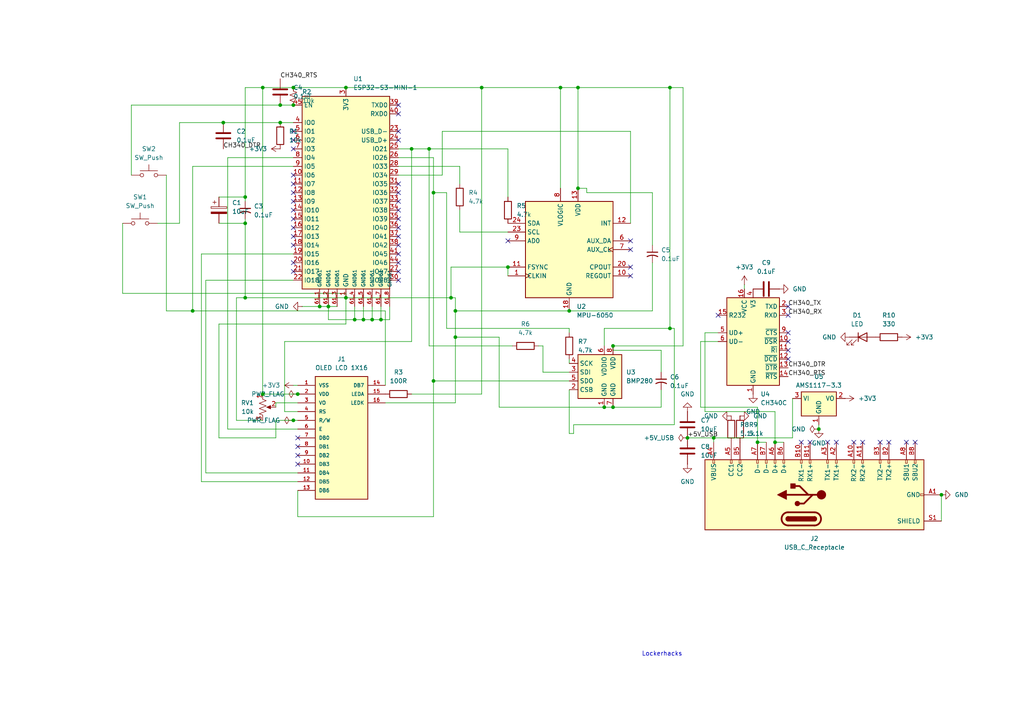
<source format=kicad_sch>
(kicad_sch (version 20250114) (generator "eeschema") (generator_version "9.0")
  (paper "A4")
  (lib_symbols
    (symbol "Connector:USB_C_Receptacle" (pin_names (offset 1.016))
      (property "Reference" "J" (at -10.16 29.21 0))
      (property "Value" "USB_C_Receptacle" (at 10.16 29.21 0))
      (symbol "USB_C_Receptacle_0_0"
        (rectangle (start -0.254 -35.56) (end 0.254 -34.544))
        (rectangle (start 10.16 25.654) (end 9.144 25.146))
        (rectangle (start 10.16 20.574) (end 9.144 20.066))
        (rectangle (start 10.16 18.034) (end 9.144 17.526))
        (rectangle (start 10.16 12.954) (end 9.144 12.446))
        (rectangle (start 10.16 10.414) (end 9.144 9.906))
        (rectangle (start 10.16 7.874) (end 9.144 7.366))
        (rectangle (start 10.16 5.334) (end 9.144 4.826))
        (rectangle (start 10.16 0.254) (end 9.144 -0.254))
        (rectangle (start 10.16 -2.286) (end 9.144 -2.794))
        (rectangle (start 10.16 -7.366) (end 9.144 -7.874))
        (rectangle (start 10.16 -9.906) (end 9.144 -10.414))
        (rectangle (start 10.16 -14.986) (end 9.144 -15.494))
        (rectangle (start 10.16 -17.526) (end 9.144 -18.034))
        (rectangle (start 10.16 -22.606) (end 9.144 -23.114))
        (rectangle (start 10.16 -25.146) (end 9.144 -25.654))
        (rectangle (start 10.16 -30.226) (end 9.144 -30.734))
        (rectangle (start 10.16 -32.766) (end 9.144 -33.274))
      )
      (symbol "USB_C_Receptacle_0_1"
        (rectangle (start -10.16 27.94) (end 10.16 -35.56) (stroke (width 0.254)) (fill (type background)))
        (polyline (pts (xy -8.89 -3.81) (xy -8.89 3.81)) (stroke (width 0.508)))
        (rectangle (start -7.62 -3.81) (end -6.35 3.81) (stroke (width 0.254)) (fill (type outline)))
        (arc (start -7.62 3.81) (mid -6.985 4.4423) (end -6.35 3.81) (stroke (width 0.254)))
        (arc (start -7.62 3.81) (mid -6.985 4.4423) (end -6.35 3.81) (stroke (width 0.254)) (fill (type outline)))
        (arc (start -8.89 3.81) (mid -6.985 5.7067) (end -5.08 3.81) (stroke (width 0.508)))
        (arc (start -5.08 -3.81) (mid -6.985 -5.7067) (end -8.89 -3.81) (stroke (width 0.508)))
        (arc (start -6.35 -3.81) (mid -6.985 -4.4423) (end -7.62 -3.81) (stroke (width 0.254)))
        (arc (start -6.35 -3.81) (mid -6.985 -4.4423) (end -7.62 -3.81) (stroke (width 0.254)) (fill (type outline)))
        (polyline (pts (xy -5.08 3.81) (xy -5.08 -3.81)) (stroke (width 0.508)))
      )
      (symbol "USB_C_Receptacle_1_1"
        (circle (center -2.54 1.143) (radius 0.635) (stroke (width 0.254)) (fill (type outline)))
        (polyline (pts (xy -1.27 4.318) (xy 0 6.858) (xy 1.27 4.318) (xy -1.27 4.318)) (stroke (width 0.254)) (fill (type outline)))
        (polyline (pts (xy 0 -2.032) (xy 2.54 0.508) (xy 2.54 1.778)) (stroke (width 0.508)))
        (polyline (pts (xy 0 -3.302) (xy -2.54 -0.762) (xy -2.54 0.508)) (stroke (width 0.508)))
        (polyline (pts (xy 0 -5.842) (xy 0 4.318)) (stroke (width 0.508)))
        (circle (center 0 -5.842) (radius 1.27) (fill (type outline)))
        (rectangle (start 1.905 1.778) (end 3.175 3.048) (stroke (width 0.254)) (fill (type outline)))
        (pin passive line (at -7.62 -40.64 90) (length 5.08) (name "SHIELD") (number "S1"))
        (pin passive line (at 0 -40.64 90) (length 5.08) (name "GND") (number "A1"))
        (pin passive line (at 0 -40.64 90) (length 5.08) (hide yes) (name "GND") (number "A12"))
        (pin passive line (at 0 -40.64 90) (length 5.08) (hide yes) (name "GND") (number "B1"))
        (pin passive line (at 0 -40.64 90) (length 5.08) (hide yes) (name "GND") (number "B12"))
        (pin passive line (at 15.24 25.4 180) (length 5.08) (name "VBUS") (number "A4"))
        (pin passive line (at 15.24 25.4 180) (length 5.08) (hide yes) (name "VBUS") (number "A9"))
        (pin passive line (at 15.24 25.4 180) (length 5.08) (hide yes) (name "VBUS") (number "B4"))
        (pin passive line (at 15.24 25.4 180) (length 5.08) (hide yes) (name "VBUS") (number "B9"))
        (pin bidirectional line (at 15.24 20.32 180) (length 5.08) (name "CC1") (number "A5"))
        (pin bidirectional line (at 15.24 17.78 180) (length 5.08) (name "CC2") (number "B5"))
        (pin bidirectional line (at 15.24 12.7 180) (length 5.08) (name "D-") (number "A7"))
        (pin bidirectional line (at 15.24 10.16 180) (length 5.08) (name "D-") (number "B7"))
        (pin bidirectional line (at 15.24 7.62 180) (length 5.08) (name "D+") (number "A6"))
        (pin bidirectional line (at 15.24 5.08 180) (length 5.08) (name "D+") (number "B6"))
        (pin bidirectional line (at 15.24 0 180) (length 5.08) (name "RX1-") (number "B10"))
        (pin bidirectional line (at 15.24 -2.54 180) (length 5.08) (name "RX1+") (number "B11"))
        (pin bidirectional line (at 15.24 -7.62 180) (length 5.08) (name "TX1-") (number "A3"))
        (pin bidirectional line (at 15.24 -10.16 180) (length 5.08) (name "TX1+") (number "A2"))
        (pin bidirectional line (at 15.24 -15.24 180) (length 5.08) (name "RX2-") (number "A10"))
        (pin bidirectional line (at 15.24 -17.78 180) (length 5.08) (name "RX2+") (number "A11"))
        (pin bidirectional line (at 15.24 -22.86 180) (length 5.08) (name "TX2-") (number "B3"))
        (pin bidirectional line (at 15.24 -25.4 180) (length 5.08) (name "TX2+") (number "B2"))
        (pin bidirectional line (at 15.24 -30.48 180) (length 5.08) (name "SBU1") (number "A8"))
        (pin bidirectional line (at 15.24 -33.02 180) (length 5.08) (name "SBU2") (number "B8"))
      )
    )
    (symbol "Device:C" (pin_numbers (hide yes)) (pin_names (offset 0.254))
      (property "Reference" "C" (at 0.635 2.54 0))
      (property "Value" "C" (at 0.635 -2.54 0))
      (symbol "C_0_1"
        (polyline (pts (xy -2.032 0.762) (xy 2.032 0.762)) (stroke (width 0.508)))
        (polyline (pts (xy -2.032 -0.762) (xy 2.032 -0.762)) (stroke (width 0.508)))
      )
      (symbol "C_1_1"
        (pin passive line (at 0 3.81 270) (length 2.794) (name "~") (number "1"))
        (pin passive line (at 0 -3.81 90) (length 2.794) (name "~") (number "2"))
      )
    )
    (symbol "Device:C_Polarized" (pin_numbers (hide yes)) (pin_names (offset 0.254))
      (property "Reference" "C" (at 0.635 2.54 0))
      (property "Value" "C_Polarized" (at 0.635 -2.54 0))
      (symbol "C_Polarized_0_1"
        (rectangle (start -2.286 0.508) (end 2.286 1.016))
        (polyline (pts (xy -1.778 2.286) (xy -0.762 2.286)))
        (polyline (pts (xy -1.27 2.794) (xy -1.27 1.778)))
        (rectangle (start 2.286 -0.508) (end -2.286 -1.016) (fill (type outline)))
      )
      (symbol "C_Polarized_1_1"
        (pin passive line (at 0 3.81 270) (length 2.794) (name "~") (number "1"))
        (pin passive line (at 0 -3.81 90) (length 2.794) (name "~") (number "2"))
      )
    )
    (symbol "Device:C_Small_US" (pin_numbers (hide yes)) (pin_names (offset 0.254) (hide yes))
      (property "Reference" "C" (at 0.254 1.778 0))
      (property "Value" "C_Small_US" (at 0.254 -2.032 0))
      (symbol "C_Small_US_0_1"
        (polyline (pts (xy -1.524 0.508) (xy 1.524 0.508)) (stroke (width 0.3048)))
        (arc (start -1.524 -0.762) (mid 0 -0.3734) (end 1.524 -0.762) (stroke (width 0.3048)))
      )
      (symbol "C_Small_US_1_1"
        (pin passive line (at 0 2.54 270) (length 2.032) (name "~") (number "1"))
        (pin passive line (at 0 -2.54 90) (length 2.032) (name "~") (number "2"))
      )
    )
    (symbol "Device:LED" (pin_numbers (hide yes)) (pin_names (offset 1.016) (hide yes))
      (property "Reference" "D" (at 0 2.54 0))
      (property "Value" "LED" (at 0 -2.54 0))
      (symbol "LED_0_1"
        (polyline (pts (xy -3.048 -0.762) (xy -4.572 -2.286) (xy -3.81 -2.286) (xy -4.572 -2.286) (xy -4.572 -1.524)))
        (polyline (pts (xy -1.778 -0.762) (xy -3.302 -2.286) (xy -2.54 -2.286) (xy -3.302 -2.286) (xy -3.302 -1.524)))
        (polyline (pts (xy -1.27 0) (xy 1.27 0)))
        (polyline (pts (xy -1.27 -1.27) (xy -1.27 1.27)) (stroke (width 0.254)))
        (polyline (pts (xy 1.27 -1.27) (xy 1.27 1.27) (xy -1.27 0) (xy 1.27 -1.27)) (stroke (width 0.254)))
      )
      (symbol "LED_1_1"
        (pin passive line (at -3.81 0 0) (length 2.54) (name "K") (number "1"))
        (pin passive line (at 3.81 0 180) (length 2.54) (name "A") (number "2"))
      )
    )
    (symbol "Device:R" (pin_numbers (hide yes)) (pin_names (offset 0))
      (property "Reference" "R" (at 2.032 0 90))
      (property "Value" "R" (at 0 0 90))
      (symbol "R_0_1"
        (rectangle (start -1.016 -2.54) (end 1.016 2.54) (stroke (width 0.254)))
      )
      (symbol "R_1_1"
        (pin passive line (at 0 3.81 270) (length 1.27) (name "~") (number "1"))
        (pin passive line (at 0 -3.81 90) (length 1.27) (name "~") (number "2"))
      )
    )
    (symbol "Device:R_Potentiometer_US" (pin_names (offset 1.016) (hide yes))
      (property "Reference" "RV" (at -4.445 0 90))
      (property "Value" "R_Potentiometer_US" (at -2.54 0 90))
      (symbol "R_Potentiometer_US_0_1"
        (polyline (pts (xy 0 2.54) (xy 0 2.286)))
        (polyline (pts (xy 0 2.286) (xy 1.016 1.905) (xy 0 1.524) (xy -1.016 1.143) (xy 0 0.762)))
        (polyline (pts (xy 0 0.762) (xy 1.016 0.381) (xy 0 0) (xy -1.016 -0.381) (xy 0 -0.762)))
        (polyline (pts (xy 0 -0.762) (xy 1.016 -1.143) (xy 0 -1.524) (xy -1.016 -1.905) (xy 0 -2.286)))
        (polyline (pts (xy 0 -2.286) (xy 0 -2.54)))
        (polyline (pts (xy 1.143 0) (xy 2.286 0.508) (xy 2.286 -0.508) (xy 1.143 0)) (fill (type outline)))
        (polyline (pts (xy 2.54 0) (xy 1.524 0)))
      )
      (symbol "R_Potentiometer_US_1_1"
        (pin passive line (at 0 3.81 270) (length 1.27) (name "1") (number "1"))
        (pin passive line (at 0 -3.81 90) (length 1.27) (name "3") (number "3"))
        (pin passive line (at 3.81 0 180) (length 1.27) (name "2") (number "2"))
      )
    )
    (symbol "Device:R_Small_US" (pin_numbers (hide yes)) (pin_names (offset 0.254) (hide yes))
      (property "Reference" "R" (at 0.762 0.508 0))
      (property "Value" "R_Small_US" (at 0.762 -1.016 0))
      (symbol "R_Small_US_1_1"
        (polyline (pts (xy 0 1.524) (xy 1.016 1.143) (xy 0 0.762) (xy -1.016 0.381) (xy 0 0)))
        (polyline (pts (xy 0 0) (xy 1.016 -0.381) (xy 0 -0.762) (xy -1.016 -1.143) (xy 0 -1.524)))
        (pin passive line (at 0 2.54 270) (length 1.016) (name "~") (number "1"))
        (pin passive line (at 0 -2.54 90) (length 1.016) (name "~") (number "2"))
      )
    )
    (symbol "Interface_USB:CH340C"
      (property "Reference" "U" (at -5.08 13.97 0))
      (property "Value" "CH340C" (at 1.27 13.97 0))
      (symbol "CH340C_0_1"
        (rectangle (start -7.62 12.7) (end 7.62 -12.7) (stroke (width 0.254)) (fill (type background)))
      )
      (symbol "CH340C_1_1"
        (pin input line (at -10.16 7.62 0) (length 2.54) (name "R232") (number "15"))
        (pin bidirectional line (at -10.16 2.54 0) (length 2.54) (name "UD+") (number "5"))
        (pin bidirectional line (at -10.16 0 0) (length 2.54) (name "UD-") (number "6"))
        (pin no_connect line (at -7.62 -5.08 0) (length 2.54) (hide yes) (name "NC") (number "7"))
        (pin no_connect line (at -7.62 -7.62 0) (length 2.54) (hide yes) (name "NC") (number "8"))
        (pin power_in line (at -2.54 15.24 270) (length 2.54) (name "VCC") (number "16"))
        (pin power_out line (at 0 15.24 270) (length 2.54) (name "V3") (number "4"))
        (pin power_in line (at 0 -15.24 90) (length 2.54) (name "GND") (number "1"))
        (pin output line (at 10.16 10.16 180) (length 2.54) (name "TXD") (number "2"))
        (pin input line (at 10.16 7.62 180) (length 2.54) (name "RXD") (number "3"))
        (pin input line (at 10.16 2.54 180) (length 2.54) (name "~{CTS}") (number "9"))
        (pin input line (at 10.16 0 180) (length 2.54) (name "~{DSR}") (number "10"))
        (pin input line (at 10.16 -2.54 180) (length 2.54) (name "~{RI}") (number "11"))
        (pin input line (at 10.16 -5.08 180) (length 2.54) (name "~{DCD}") (number "12"))
        (pin output line (at 10.16 -7.62 180) (length 2.54) (name "~{DTR}") (number "13"))
        (pin output line (at 10.16 -10.16 180) (length 2.54) (name "~{RTS}") (number "14"))
      )
    )
    (symbol "REF-182688-01:REF-182688-01" (pin_names (offset 1.016))
      (property "Reference" "J1" (at 0 22.86 0))
      (property "Value" "OLED LCD 2X16" (at 0 20.32 0))
      (symbol "REF-182688-01_0_0"
        (rectangle (start -7.62 -17.78) (end 7.62 17.78) (stroke (width 0.254)) (fill (type background)))
      )
      (symbol "REF-182688-01_1_0"
        (pin power_in line (at -12.7 15.24 0) (length 5.08) (name "VSS") (number "1"))
        (pin power_in line (at -12.7 12.7 0) (length 5.08) (name "VDD") (number "2"))
        (pin passive line (at -12.7 10.16 0) (length 5.08) (name "VO") (number "3"))
        (pin input line (at -12.7 7.62 0) (length 5.08) (name "RS") (number "4"))
        (pin power_in line (at -12.7 5.08 0) (length 5.08) (name "R/W") (number "5"))
        (pin input line (at -12.7 2.54 0) (length 5.08) (name "E") (number "6"))
        (pin bidirectional line (at -12.7 0 0) (length 5.08) (name "DB0") (number "7"))
        (pin bidirectional line (at -12.7 -2.54 0) (length 5.08) (name "DB1") (number "8"))
        (pin bidirectional line (at -12.7 -5.08 0) (length 5.08) (name "DB2") (number "9"))
        (pin bidirectional line (at -12.7 -7.62 0) (length 5.08) (name "DB3") (number "10"))
        (pin bidirectional line (at -12.7 -10.16 0) (length 5.08) (name "DB4") (number "11"))
        (pin bidirectional line (at -12.7 -12.7 0) (length 5.08) (name "DB5") (number "12"))
        (pin bidirectional line (at -12.7 -15.24 0) (length 5.08) (name "DB6") (number "13"))
        (pin bidirectional line (at 12.7 15.24 180) (length 5.08) (name "DB7") (number "14"))
        (pin passive line (at 12.7 12.7 180) (length 5.08) (name "LEDA") (number "15"))
        (pin passive line (at 12.7 10.16 180) (length 5.08) (name "LEDK") (number "16"))
      )
    )
    (symbol "RF_Module:ESP32-S3-MINI-1"
      (property "Reference" "U6" (at 2.1433 33.02 0))
      (property "Value" "ESP32-S3-MINI-1" (at 2.1433 30.48 0))
      (symbol "ESP32-S3-MINI-1_0_1"
        (rectangle (start -12.7 27.94) (end 12.7 -27.94) (stroke (width 0.254)) (fill (type background)))
      )
      (symbol "ESP32-S3-MINI-1_1_0"
        (pin passive line (at -7.62 -33.02 90) (length 5.08) (name "GND61") (number "61_1"))
        (pin passive line (at -5.08 -33.02 90) (length 5.08) (name "GND61") (number "61_2"))
        (pin passive line (at -2.54 -33.02 90) (length 5.08) (name "GND61") (number "61_3"))
        (pin passive line (at 2.54 -33.02 90) (length 5.08) (name "GND61") (number "61_4"))
        (pin passive line (at 5.08 -33.02 90) (length 5.08) (name "GND61") (number "61_5"))
        (pin passive line (at 7.62 -33.02 90) (length 5.08) (name "GND61") (number "61_6"))
        (pin passive line (at 10.16 -33.02 90) (length 5.08) (name "GND61") (number "61_7"))
        (pin passive line (at 12.7 -33.02 90) (length 5.08) (name "GND61") (number "61_8"))
      )
      (symbol "ESP32-S3-MINI-1_1_1"
        (pin input line (at -15.24 25.4 0) (length 2.54) (name "EN") (number "45"))
        (pin bidirectional line (at -15.24 20.32 0) (length 2.54) (name "IO0") (number "4"))
        (pin bidirectional line (at -15.24 17.78 0) (length 2.54) (name "IO1") (number "5"))
        (pin bidirectional line (at -15.24 15.24 0) (length 2.54) (name "IO2") (number "6"))
        (pin bidirectional line (at -15.24 12.7 0) (length 2.54) (name "IO3") (number "7"))
        (pin bidirectional line (at -15.24 10.16 0) (length 2.54) (name "IO4") (number "8"))
        (pin bidirectional line (at -15.24 7.62 0) (length 2.54) (name "IO5") (number "9"))
        (pin bidirectional line (at -15.24 5.08 0) (length 2.54) (name "IO6") (number "10"))
        (pin bidirectional line (at -15.24 2.54 0) (length 2.54) (name "IO7") (number "11"))
        (pin bidirectional line (at -15.24 0 0) (length 2.54) (name "IO8") (number "12"))
        (pin bidirectional line (at -15.24 -2.54 0) (length 2.54) (name "IO9") (number "13"))
        (pin bidirectional line (at -15.24 -5.08 0) (length 2.54) (name "IO10") (number "14"))
        (pin bidirectional line (at -15.24 -7.62 0) (length 2.54) (name "IO11") (number "15"))
        (pin bidirectional line (at -15.24 -10.16 0) (length 2.54) (name "IO12") (number "16"))
        (pin bidirectional line (at -15.24 -12.7 0) (length 2.54) (name "IO13") (number "17"))
        (pin bidirectional line (at -15.24 -15.24 0) (length 2.54) (name "IO14") (number "18"))
        (pin bidirectional line (at -15.24 -17.78 0) (length 2.54) (name "IO15") (number "19"))
        (pin bidirectional line (at -15.24 -20.32 0) (length 2.54) (name "IO16") (number "20"))
        (pin bidirectional line (at -15.24 -22.86 0) (length 2.54) (name "IO17") (number "21"))
        (pin bidirectional line (at -15.24 -25.4 0) (length 2.54) (name "IO18") (number "22"))
        (pin power_in line (at 0 30.48 270) (length 2.54) (name "3V3") (number "3"))
        (pin power_in line (at 0 -30.48 90) (length 2.54) (name "GND") (number "1"))
        (pin passive line (at 0 -30.48 90) (length 2.54) (hide yes) (name "GND") (number "2"))
        (pin passive line (at 0 -30.48 90) (length 2.54) (hide yes) (name "GND") (number "42"))
        (pin passive line (at 0 -30.48 90) (length 2.54) (hide yes) (name "GND") (number "43"))
        (pin passive line (at 0 -30.48 90) (length 2.54) (hide yes) (name "GND") (number "46"))
        (pin passive line (at 0 -30.48 90) (length 2.54) (hide yes) (name "GND") (number "47"))
        (pin passive line (at 0 -30.48 90) (length 2.54) (hide yes) (name "GND") (number "48"))
        (pin passive line (at 0 -30.48 90) (length 2.54) (hide yes) (name "GND") (number "49"))
        (pin passive line (at 0 -30.48 90) (length 2.54) (hide yes) (name "GND") (number "50"))
        (pin passive line (at 0 -30.48 90) (length 2.54) (hide yes) (name "GND") (number "51"))
        (pin passive line (at 0 -30.48 90) (length 2.54) (hide yes) (name "GND") (number "52"))
        (pin passive line (at 0 -30.48 90) (length 2.54) (hide yes) (name "GND") (number "53"))
        (pin passive line (at 0 -30.48 90) (length 2.54) (hide yes) (name "GND") (number "54"))
        (pin passive line (at 0 -30.48 90) (length 2.54) (hide yes) (name "GND") (number "55"))
        (pin passive line (at 0 -30.48 90) (length 2.54) (hide yes) (name "GND") (number "56"))
        (pin passive line (at 0 -30.48 90) (length 2.54) (hide yes) (name "GND") (number "57"))
        (pin passive line (at 0 -30.48 90) (length 2.54) (hide yes) (name "GND") (number "58"))
        (pin passive line (at 0 -30.48 90) (length 2.54) (hide yes) (name "GND") (number "59"))
        (pin passive line (at 0 -30.48 90) (length 2.54) (hide yes) (name "GND") (number "60"))
        (pin passive line (at 0 -30.48 90) (length 2.54) (hide yes) (name "GND") (number "61"))
        (pin passive line (at 0 -30.48 90) (length 2.54) (hide yes) (name "GND") (number "62"))
        (pin passive line (at 0 -30.48 90) (length 2.54) (hide yes) (name "GND") (number "63"))
        (pin passive line (at 0 -30.48 90) (length 2.54) (hide yes) (name "GND") (number "64"))
        (pin passive line (at 0 -30.48 90) (length 2.54) (hide yes) (name "GND") (number "65"))
        (pin bidirectional line (at 15.24 25.4 180) (length 2.54) (name "TXD0") (number "39"))
        (pin bidirectional line (at 15.24 22.86 180) (length 2.54) (name "RXD0") (number "40"))
        (pin bidirectional line (at 15.24 17.78 180) (length 2.54) (name "USB_D-") (number "23"))
        (pin bidirectional line (at 15.24 15.24 180) (length 2.54) (name "USB_D+") (number "24"))
        (pin bidirectional line (at 15.24 12.7 180) (length 2.54) (name "IO21") (number "25"))
        (pin bidirectional line (at 15.24 10.16 180) (length 2.54) (name "IO26") (number "26"))
        (pin bidirectional line (at 15.24 7.62 180) (length 2.54) (name "IO33") (number "28"))
        (pin bidirectional line (at 15.24 5.08 180) (length 2.54) (name "IO34") (number "29"))
        (pin bidirectional line (at 15.24 2.54 180) (length 2.54) (name "IO35") (number "31"))
        (pin bidirectional line (at 15.24 0 180) (length 2.54) (name "IO36") (number "32"))
        (pin bidirectional line (at 15.24 -2.54 180) (length 2.54) (name "IO37") (number "33"))
        (pin bidirectional line (at 15.24 -5.08 180) (length 2.54) (name "IO38") (number "34"))
        (pin bidirectional line (at 15.24 -7.62 180) (length 2.54) (name "IO39") (number "35"))
        (pin bidirectional line (at 15.24 -10.16 180) (length 2.54) (name "IO40") (number "36"))
        (pin bidirectional line (at 15.24 -12.7 180) (length 2.54) (name "IO41") (number "37"))
        (pin bidirectional line (at 15.24 -15.24 180) (length 2.54) (name "IO42") (number "38"))
        (pin bidirectional line (at 15.24 -17.78 180) (length 2.54) (name "IO45") (number "41"))
        (pin bidirectional line (at 15.24 -20.32 180) (length 2.54) (name "IO46") (number "44"))
        (pin bidirectional line (at 15.24 -22.86 180) (length 2.54) (name "IO47") (number "27"))
        (pin bidirectional line (at 15.24 -25.4 180) (length 2.54) (name "IO48") (number "30"))
      )
    )
    (symbol "Regulator_Linear:AMS1117-3.3"
      (property "Reference" "U" (at -3.81 3.175 0))
      (property "Value" "AMS1117-3.3" (at 0 3.175 0))
      (symbol "AMS1117-3.3_0_1"
        (rectangle (start -5.08 -5.08) (end 5.08 1.905) (stroke (width 0.254)) (fill (type background)))
      )
      (symbol "AMS1117-3.3_1_1"
        (pin power_in line (at -7.62 0 0) (length 2.54) (name "VI") (number "3"))
        (pin power_in line (at 0 -7.62 90) (length 2.54) (name "GND") (number "1"))
        (pin power_out line (at 7.62 0 180) (length 2.54) (name "VO") (number "2"))
      )
    )
    (symbol "Sensor_Motion:MPU-6050"
      (property "Reference" "U" (at -11.43 13.97 0))
      (property "Value" "MPU-6050" (at 7.62 -15.24 0))
      (symbol "MPU-6050_0_0"
        (text "" (at 12.7 -2.54 0) (effects (font (size 1.27 1.27))))
      )
      (symbol "MPU-6050_0_1"
        (rectangle (start -12.7 13.97) (end 12.7 -13.97) (stroke (width 0.254)) (fill (type background)))
      )
      (symbol "MPU-6050_1_1"
        (pin bidirectional line (at -17.78 7.62 0) (length 5.08) (name "SDA") (number "24"))
        (pin input line (at -17.78 5.08 0) (length 5.08) (name "SCL") (number "23"))
        (pin input line (at -17.78 2.54 0) (length 5.08) (name "AD0") (number "9"))
        (pin input line (at -17.78 -5.08 0) (length 5.08) (name "FSYNC") (number "11"))
        (pin input clock (at -17.78 -7.62 0) (length 5.08) (name "CLKIN") (number "1"))
        (pin no_connect line (at -12.7 12.7 0) (length 2.54) (hide yes) (name "NC") (number "2"))
        (pin no_connect line (at -12.7 10.16 0) (length 2.54) (hide yes) (name "NC") (number "3"))
        (pin no_connect line (at -12.7 0 0) (length 2.54) (hide yes) (name "NC") (number "4"))
        (pin no_connect line (at -12.7 -2.54 0) (length 2.54) (hide yes) (name "NC") (number "5"))
        (pin no_connect line (at -12.7 -10.16 0) (length 2.54) (hide yes) (name "NC") (number "14"))
        (pin power_in line (at -2.54 17.78 270) (length 3.81) (name "VLOGIC") (number "8"))
        (pin power_in line (at 0 -17.78 90) (length 3.81) (name "GND") (number "18"))
        (pin power_in line (at 2.54 17.78 270) (length 3.81) (name "VDD") (number "13"))
        (pin no_connect line (at 12.7 12.7 180) (length 2.54) (hide yes) (name "NC") (number "15"))
        (pin no_connect line (at 12.7 10.16 180) (length 2.54) (hide yes) (name "NC") (number "16"))
        (pin no_connect line (at 12.7 5.08 180) (length 2.54) (hide yes) (name "NC") (number "17"))
        (pin no_connect line (at 12.7 -2.54 180) (length 2.54) (hide yes) (name "RESV") (number "21"))
        (pin no_connect line (at 12.7 -10.16 180) (length 2.54) (hide yes) (name "RESV") (number "19"))
        (pin no_connect line (at 12.7 -12.7 180) (length 2.54) (hide yes) (name "RESV") (number "22"))
        (pin output line (at 17.78 7.62 180) (length 5.08) (name "INT") (number "12"))
        (pin bidirectional line (at 17.78 2.54 180) (length 5.08) (name "AUX_DA") (number "6"))
        (pin output clock (at 17.78 0 180) (length 5.08) (name "AUX_CL") (number "7"))
        (pin passive line (at 17.78 -5.08 180) (length 5.08) (name "CPOUT") (number "20"))
        (pin passive line (at 17.78 -7.62 180) (length 5.08) (name "REGOUT") (number "10"))
      )
    )
    (symbol "Sensor_Pressure:BMP280"
      (property "Reference" "U" (at -7.62 10.16 0))
      (property "Value" "BMP280" (at 5.08 10.16 0))
      (symbol "BMP280_0_1"
        (rectangle (start -7.62 -5.08) (end 5.08 7.62) (stroke (width 0.254)) (fill (type background)))
      )
      (symbol "BMP280_1_1"
        (pin input line (at -10.16 5.08 0) (length 2.54) (name "SCK") (number "4"))
        (pin bidirectional line (at -10.16 2.54 0) (length 2.54) (name "SDI") (number "3"))
        (pin bidirectional line (at -10.16 0 0) (length 2.54) (name "SDO") (number "5"))
        (pin input line (at -10.16 -2.54 0) (length 2.54) (name "CSB") (number "2"))
        (pin power_in line (at 0 10.16 270) (length 2.54) (name "VDDIO") (number "6"))
        (pin power_in line (at 0 -7.62 90) (length 2.54) (name "GND") (number "1"))
        (pin power_in line (at 2.54 10.16 270) (length 2.54) (name "VDD") (number "8"))
        (pin power_in line (at 2.54 -7.62 90) (length 2.54) (name "GND") (number "7"))
      )
    )
    (symbol "Switch:SW_Push" (pin_numbers (hide yes)) (pin_names (offset 1.016) (hide yes))
      (property "Reference" "SW" (at 1.27 2.54 0))
      (property "Value" "SW_Push" (at 0 -1.524 0))
      (symbol "SW_Push_0_1"
        (circle (center -2.032 0) (radius 0.508))
        (polyline (pts (xy 0 1.27) (xy 0 3.048)))
        (circle (center 2.032 0) (radius 0.508))
        (polyline (pts (xy 2.54 1.27) (xy -2.54 1.27)))
        (pin passive line (at -5.08 0 0) (length 2.54) (name "1") (number "1"))
        (pin passive line (at 5.08 0 180) (length 2.54) (name "2") (number "2"))
      )
    )
    (symbol "power:+3V3" (power) (pin_numbers (hide yes)) (pin_names (offset 0) (hide yes))
      (property "Value" "+3V3" (at 0 3.556 0))
      (symbol "+3V3_0_1"
        (polyline (pts (xy -0.762 1.27) (xy 0 2.54)))
        (polyline (pts (xy 0 2.54) (xy 0.762 1.27)))
        (polyline (pts (xy 0 0) (xy 0 2.54)))
      )
      (symbol "+3V3_1_1"
        (pin power_in line (at 0 0 90) (length 0) (name "~") (number "1"))
      )
    )
    (symbol "power:GND" (power) (pin_numbers (hide yes)) (pin_names (offset 0) (hide yes))
      (property "Value" "GND" (at 0 -3.81 0))
      (symbol "GND_0_1"
        (polyline (pts (xy 0 0) (xy 0 -1.27) (xy 1.27 -1.27) (xy 0 -2.54) (xy -1.27 -1.27) (xy 0 -1.27)))
      )
      (symbol "GND_1_1"
        (pin power_in line (at 0 0 270) (length 0) (name "~") (number "1"))
      )
    )
    (symbol "power:PWR_FLAG" (power) (pin_numbers (hide yes)) (pin_names (offset 0) (hide yes))
      (property "Value" "PWR_FLAG" (at 0 3.81 0))
      (symbol "PWR_FLAG_0_0"
        (pin power_out line (at 0 0 90) (length 0) (name "~") (number "1"))
      )
      (symbol "PWR_FLAG_0_1"
        (polyline (pts (xy 0 0) (xy 0 1.27) (xy -1.016 1.905) (xy 0 2.54) (xy 1.016 1.905) (xy 0 1.27)))
      )
    )
  )
  (text "Lockerhacks" (at 192.024 189.738 0) (effects (font (size 1.27 1.27))))
  (junction (at 167.64 54.61))
  (junction (at 207.01 127))
  (junction (at 81.28 35.56))
  (junction (at 273.05 143.51))
  (junction (at 194.31 95.25))
  (junction (at 100.33 25.4))
  (junction (at 110.49 92.71))
  (junction (at 102.87 92.71))
  (junction (at 219.71 128.27))
  (junction (at 132.08 97.79))
  (junction (at 177.8 100.33))
  (junction (at 162.56 25.4))
  (junction (at 194.31 25.4))
  (junction (at 76.2 25.4))
  (junction (at 76.2 114.3))
  (junction (at 64.77 35.56))
  (junction (at 85.09 30.48))
  (junction (at 237.49 124.46))
  (junction (at 167.64 25.4))
  (junction (at 92.71 88.9))
  (junction (at 85.09 121.92))
  (junction (at 147.32 77.47))
  (junction (at 107.95 92.71))
  (junction (at 71.12 86.36))
  (junction (at 119.38 43.18))
  (junction (at 125.73 55.88))
  (junction (at 85.09 25.4))
  (junction (at 224.79 128.27))
  (junction (at 165.1 90.17))
  (junction (at 55.88 90.17))
  (junction (at 139.7 25.4))
  (junction (at 177.8 118.11))
  (junction (at 100.33 86.36))
  (junction (at 71.12 64.77))
  (junction (at 105.41 92.71))
  (junction (at 86.36 114.3))
  (junction (at 199.39 127))
  (junction (at 130.81 86.36))
  (junction (at 124.46 43.18))
  (junction (at 81.28 30.48))
  (junction (at 175.26 118.11))
  (junction (at 71.12 57.15))
  (junction (at 125.73 110.49))
  (junction (at 95.25 88.9))
  (junction (at 132.08 90.17))
  (no_connect (at 85.09 71.12))
  (no_connect (at 255.27 128.27))
  (no_connect (at 115.57 38.1))
  (no_connect (at 85.09 66.04))
  (no_connect (at 115.57 76.2))
  (no_connect (at 115.57 63.5))
  (no_connect (at 182.88 69.85))
  (no_connect (at 115.57 66.04))
  (no_connect (at 228.6 104.14))
  (no_connect (at 86.36 127))
  (no_connect (at 232.41 128.27))
  (no_connect (at 182.88 77.47))
  (no_connect (at 257.81 128.27))
  (no_connect (at 115.57 53.34))
  (no_connect (at 86.36 132.08))
  (no_connect (at 85.09 60.96))
  (no_connect (at 85.09 78.74))
  (no_connect (at 85.09 58.42))
  (no_connect (at 240.03 128.27))
  (no_connect (at 85.09 63.5))
  (no_connect (at 85.09 50.8))
  (no_connect (at 85.09 40.64))
  (no_connect (at 228.6 91.44))
  (no_connect (at 85.09 43.18))
  (no_connect (at 262.89 128.27))
  (no_connect (at 115.57 73.66))
  (no_connect (at 85.09 53.34))
  (no_connect (at 115.57 71.12))
  (no_connect (at 147.32 69.85))
  (no_connect (at 85.09 68.58))
  (no_connect (at 115.57 30.48))
  (no_connect (at 115.57 81.28))
  (no_connect (at 115.57 60.96))
  (no_connect (at 228.6 88.9))
  (no_connect (at 182.88 80.01))
  (no_connect (at 228.6 101.6))
  (no_connect (at 247.65 128.27))
  (no_connect (at 86.36 129.54))
  (no_connect (at 85.09 55.88))
  (no_connect (at 115.57 58.42))
  (no_connect (at 115.57 55.88))
  (no_connect (at 208.28 91.44))
  (no_connect (at 182.88 72.39))
  (no_connect (at 250.19 128.27))
  (no_connect (at 265.43 128.27))
  (no_connect (at 86.36 134.62))
  (no_connect (at 242.57 128.27))
  (no_connect (at 228.6 99.06))
  (no_connect (at 234.95 128.27))
  (no_connect (at 115.57 78.74))
  (no_connect (at 115.57 40.64))
  (no_connect (at 85.09 38.1))
  (no_connect (at 85.09 76.2))
  (no_connect (at 228.6 96.52))
  (no_connect (at 115.57 68.58))
  (no_connect (at 115.57 33.02))
  (wire (pts (xy 203.2 118.11) (xy 203.2 99.06)))
  (wire (pts (xy 207.01 127) (xy 199.39 127)))
  (wire (pts (xy 58.42 73.66) (xy 85.09 73.66)))
  (wire (pts (xy 147.32 67.31) (xy 133.35 67.31)))
  (wire (pts (xy 71.12 25.4) (xy 76.2 25.4)))
  (wire (pts (xy 71.12 86.36) (xy 100.33 86.36)))
  (wire (pts (xy 175.26 118.11) (xy 144.78 118.11)))
  (wire (pts (xy 119.38 99.06) (xy 119.38 43.18)))
  (wire (pts (xy 195.58 123.19) (xy 195.58 95.25)))
  (wire (pts (xy 100.33 86.36) (xy 130.81 86.36)))
  (wire (pts (xy 68.58 121.92) (xy 68.58 86.36)))
  (wire (pts (xy 124.46 100.33) (xy 124.46 43.18)))
  (wire (pts (xy 167.64 54.61) (xy 167.64 25.4)))
  (wire (pts (xy 100.33 86.36) (xy 100.33 85.09)))
  (wire (pts (xy 177.8 118.11) (xy 191.77 118.11)))
  (wire (pts (xy 76.2 25.4) (xy 85.09 25.4)))
  (wire (pts (xy 102.87 88.9) (xy 102.87 92.71)))
  (wire (pts (xy 165.1 96.52) (xy 165.1 95.25)))
  (wire (pts (xy 130.81 77.47) (xy 130.81 86.36)))
  (wire (pts (xy 71.12 64.77) (xy 71.12 86.36)))
  (wire (pts (xy 219.71 128.27) (xy 222.25 128.27)))
  (wire (pts (xy 52.07 35.56) (xy 64.77 35.56)))
  (wire (pts (xy 162.56 25.4) (xy 162.56 54.61)))
  (wire (pts (xy 182.88 38.1) (xy 128.27 38.1)))
  (wire (pts (xy 198.12 100.33) (xy 198.12 25.4)))
  (wire (pts (xy 191.77 113.03) (xy 191.77 118.11)))
  (wire (pts (xy 124.46 43.18) (xy 119.38 43.18)))
  (wire (pts (xy 95.25 92.71) (xy 95.25 88.9)))
  (wire (pts (xy 170.18 54.61) (xy 167.64 54.61)))
  (wire (pts (xy 189.23 55.88) (xy 170.18 55.88)))
  (wire (pts (xy 132.08 90.17) (xy 165.1 90.17)))
  (wire (pts (xy 111.76 116.84) (xy 132.08 116.84)))
  (wire (pts (xy 71.12 63.5) (xy 71.12 64.77)))
  (wire (pts (xy 52.07 35.56) (xy 52.07 64.77)))
  (wire (pts (xy 147.32 43.18) (xy 124.46 43.18)))
  (wire (pts (xy 55.88 90.17) (xy 111.76 90.17)))
  (wire (pts (xy 113.03 92.71) (xy 110.49 92.71)))
  (wire (pts (xy 165.1 95.25) (xy 129.54 95.25)))
  (wire (pts (xy 129.54 95.25) (xy 129.54 55.88)))
  (wire (pts (xy 82.55 119.38) (xy 82.55 99.06)))
  (wire (pts (xy 81.28 30.48) (xy 85.09 30.48)))
  (wire (pts (xy 63.5 64.77) (xy 71.12 64.77)))
  (wire (pts (xy 204.47 119.38) (xy 204.47 96.52)))
  (wire (pts (xy 86.36 137.16) (xy 59.69 137.16)))
  (wire (pts (xy 110.49 92.71) (xy 107.95 92.71)))
  (wire (pts (xy 148.59 100.33) (xy 124.46 100.33)))
  (wire (pts (xy 110.49 88.9) (xy 110.49 92.71)))
  (wire (pts (xy 66.04 45.72) (xy 85.09 45.72)))
  (wire (pts (xy 119.38 114.3) (xy 139.7 114.3)))
  (wire (pts (xy 204.47 96.52) (xy 208.28 96.52)))
  (wire (pts (xy 132.08 116.84) (xy 132.08 97.79)))
  (wire (pts (xy 85.09 111.76) (xy 86.36 111.76)))
  (wire (pts (xy 86.36 119.38) (xy 82.55 119.38)))
  (wire (pts (xy 105.41 92.71) (xy 102.87 92.71)))
  (wire (pts (xy 71.12 25.4) (xy 71.12 57.15)))
  (wire (pts (xy 86.36 116.84) (xy 80.01 116.84)))
  (wire (pts (xy 87.63 88.9) (xy 92.71 88.9)))
  (wire (pts (xy 45.72 64.77) (xy 52.07 64.77)))
  (wire (pts (xy 139.7 114.3) (xy 139.7 25.4)))
  (wire (pts (xy 237.49 123.19) (xy 237.49 124.46)))
  (wire (pts (xy 207.01 127) (xy 207.01 128.27)))
  (wire (pts (xy 189.23 55.88) (xy 189.23 71.12)))
  (wire (pts (xy 119.38 43.18) (xy 115.57 43.18)))
  (wire (pts (xy 147.32 80.01) (xy 147.32 77.47)))
  (wire (pts (xy 55.88 90.17) (xy 55.88 48.26)))
  (wire (pts (xy 82.55 99.06) (xy 119.38 99.06)))
  (wire (pts (xy 157.48 107.95) (xy 157.48 100.33)))
  (wire (pts (xy 100.33 25.4) (xy 139.7 25.4)))
  (wire (pts (xy 162.56 25.4) (xy 139.7 25.4)))
  (wire (pts (xy 68.58 86.36) (xy 71.12 86.36)))
  (wire (pts (xy 105.41 88.9) (xy 105.41 92.71)))
  (wire (pts (xy 167.64 25.4) (xy 162.56 25.4)))
  (wire (pts (xy 113.03 88.9) (xy 113.03 92.71)))
  (wire (pts (xy 59.69 81.28) (xy 85.09 81.28)))
  (wire (pts (xy 92.71 88.9) (xy 95.25 88.9)))
  (wire (pts (xy 273.05 143.51) (xy 273.05 151.13)))
  (wire (pts (xy 224.79 128.27) (xy 224.79 119.38)))
  (wire (pts (xy 85.09 25.4) (xy 100.33 25.4)))
  (wire (pts (xy 63.5 127) (xy 63.5 93.98)))
  (wire (pts (xy 125.73 55.88) (xy 125.73 45.72)))
  (wire (pts (xy 165.1 107.95) (xy 157.48 107.95)))
  (wire (pts (xy 224.79 128.27) (xy 227.33 128.27)))
  (wire (pts (xy 85.09 121.92) (xy 80.01 121.92)))
  (wire (pts (xy 125.73 45.72) (xy 115.57 45.72)))
  (wire (pts (xy 175.26 100.33) (xy 175.26 95.25)))
  (wire (pts (xy 189.23 90.17) (xy 165.1 90.17)))
  (wire (pts (xy 133.35 48.26) (xy 115.57 48.26)))
  (wire (pts (xy 86.36 121.92) (xy 85.09 121.92)))
  (wire (pts (xy 133.35 53.34) (xy 133.35 48.26)))
  (wire (pts (xy 111.76 90.17) (xy 111.76 111.76)))
  (wire (pts (xy 85.09 35.56) (xy 81.28 35.56)))
  (wire (pts (xy 130.81 77.47) (xy 147.32 77.47)))
  (wire (pts (xy 63.5 57.15) (xy 71.12 57.15)))
  (wire (pts (xy 102.87 92.71) (xy 95.25 92.71)))
  (wire (pts (xy 125.73 110.49) (xy 165.1 110.49)))
  (wire (pts (xy 203.2 99.06) (xy 208.28 99.06)))
  (wire (pts (xy 166.37 125.73) (xy 166.37 123.19)))
  (wire (pts (xy 219.71 128.27) (xy 219.71 118.11)))
  (wire (pts (xy 175.26 118.11) (xy 177.8 118.11)))
  (wire (pts (xy 38.1 30.48) (xy 81.28 30.48)))
  (wire (pts (xy 165.1 125.73) (xy 165.1 113.03)))
  (wire (pts (xy 76.2 121.92) (xy 68.58 121.92)))
  (wire (pts (xy 191.77 107.95) (xy 191.77 101.6)))
  (wire (pts (xy 66.04 124.46) (xy 66.04 45.72)))
  (wire (pts (xy 48.26 90.17) (xy 55.88 90.17)))
  (wire (pts (xy 35.56 64.77) (xy 35.56 85.09)))
  (wire (pts (xy 125.73 110.49) (xy 125.73 55.88)))
  (wire (pts (xy 194.31 95.25) (xy 194.31 25.4)))
  (wire (pts (xy 48.26 50.8) (xy 48.26 90.17)))
  (wire (pts (xy 224.79 119.38) (xy 204.47 119.38)))
  (wire (pts (xy 81.28 35.56) (xy 64.77 35.56)))
  (wire (pts (xy 157.48 100.33) (xy 156.21 100.33)))
  (wire (pts (xy 165.1 105.41) (xy 165.1 104.14)))
  (wire (pts (xy 59.69 137.16) (xy 59.69 81.28)))
  (wire (pts (xy 128.27 38.1) (xy 128.27 50.8)))
  (wire (pts (xy 189.23 76.2) (xy 189.23 90.17)))
  (wire (pts (xy 107.95 92.71) (xy 105.41 92.71)))
  (wire (pts (xy 198.12 25.4) (xy 194.31 25.4)))
  (wire (pts (xy 182.88 64.77) (xy 182.88 38.1)))
  (wire (pts (xy 58.42 139.7) (xy 58.42 73.66)))
  (wire (pts (xy 219.71 118.11) (xy 203.2 118.11)))
  (wire (pts (xy 95.25 88.9) (xy 97.79 88.9)))
  (wire (pts (xy 80.01 116.84) (xy 80.01 118.11)))
  (wire (pts (xy 125.73 149.86) (xy 125.73 110.49)))
  (wire (pts (xy 129.54 55.88) (xy 125.73 55.88)))
  (wire (pts (xy 132.08 86.36) (xy 130.81 86.36)))
  (wire (pts (xy 177.8 100.33) (xy 198.12 100.33)))
  (wire (pts (xy 144.78 118.11) (xy 144.78 97.79)))
  (wire (pts (xy 128.27 50.8) (xy 115.57 50.8)))
  (wire (pts (xy 133.35 67.31) (xy 133.35 60.96)))
  (wire (pts (xy 147.32 57.15) (xy 147.32 43.18)))
  (wire (pts (xy 35.56 85.09) (xy 100.33 85.09)))
  (wire (pts (xy 170.18 55.88) (xy 170.18 54.61)))
  (wire (pts (xy 177.8 101.6) (xy 177.8 100.33)))
  (wire (pts (xy 80.01 121.92) (xy 80.01 127)))
  (wire (pts (xy 86.36 139.7) (xy 58.42 139.7)))
  (wire (pts (xy 195.58 95.25) (xy 194.31 95.25)))
  (wire (pts (xy 86.36 142.24) (xy 86.36 149.86)))
  (wire (pts (xy 166.37 125.73) (xy 165.1 125.73)))
  (wire (pts (xy 175.26 95.25) (xy 194.31 95.25)))
  (wire (pts (xy 55.88 48.26) (xy 85.09 48.26)))
  (wire (pts (xy 166.37 123.19) (xy 195.58 123.19)))
  (wire (pts (xy 63.5 93.98) (xy 100.33 93.98)))
  (wire (pts (xy 215.9 82.55) (xy 215.9 83.82)))
  (wire (pts (xy 100.33 86.36) (xy 100.33 93.98)))
  (wire (pts (xy 229.87 115.57) (xy 229.87 127)))
  (wire (pts (xy 132.08 97.79) (xy 132.08 90.17)))
  (wire (pts (xy 71.12 57.15) (xy 71.12 58.42)))
  (wire (pts (xy 107.95 88.9) (xy 107.95 92.71)))
  (wire (pts (xy 229.87 127) (xy 207.01 127)))
  (wire (pts (xy 144.78 97.79) (xy 132.08 97.79)))
  (wire (pts (xy 80.01 127) (xy 63.5 127)))
  (wire (pts (xy 38.1 50.8) (xy 38.1 30.48)))
  (wire (pts (xy 86.36 149.86) (xy 125.73 149.86)))
  (wire (pts (xy 86.36 124.46) (xy 66.04 124.46)))
  (wire (pts (xy 86.36 114.3) (xy 76.2 114.3)))
  (wire (pts (xy 194.31 25.4) (xy 167.64 25.4)))
  (wire (pts (xy 191.77 101.6) (xy 177.8 101.6)))
  (wire (pts (xy 132.08 90.17) (xy 132.08 86.36)))
  (wire (pts (xy 76.2 114.3) (xy 76.2 25.4)))
  (label "CH340_DTR" (at 228.6 106.68 0))
  (label "CH340_DTR" (at 64.77 43.18 0))
  (label "CH340_RX" (at 228.6 91.44 0))
  (label "CH340_RTS" (at 228.6 109.22 0))
  (label "CH340_RTS" (at 81.28 22.86 0))
  (label "CH340_TX" (at 228.6 88.9 0))
  (label "+5V_USB" (at 199.39 127 0))
  (symbol (lib_id "Sensor_Pressure:BMP280") (at 175.26 110.49 0) (unit 1)
    (property "Reference" "U3" (at 181.61 107.9499 0) (effects (justify left)))
    (property "Value" "BMP280" (at 181.61 110.4899 0) (effects (justify left)))
    (property "Footprint" "Package_LGA:Bosch_LGA-8_2x2.5mm_P0.65mm_ClockwisePinNumbering" (effects (hide yes)))
    (property "Datasheet" "https://ae-bst.resource.bosch.com/media/_tech/media/datasheets/BST-BMP280-DS001.pdf" (effects (hide yes)))
    (property "Description" "Absolute Barometric Pressure Sensor, LGA-8" (effects (hide yes)))
  )
  (symbol (lib_id "Device:C") (at 64.77 39.37 0) (unit 1)
    (property "Reference" "C2" (at 68.58 38.0999 0) (effects (justify left)))
    (property "Value" "0.1uF" (at 68.58 40.6399 0) (effects (justify left)))
    (property "Footprint" "Capacitor_SMD:C_0603_1608Metric" (effects (hide yes)))
    (property "Description" "Unpolarized capacitor" (effects (hide yes)))
  )
  (symbol (lib_id "power:GND") (at 212.09 120.65 270) (unit 1)
    (property "Reference" "#PWR06" (effects (hide yes)))
    (property "Value" "GND" (at 208.28 120.6499 90) (effects (justify right)))
    (property "Description" "Power symbol creates a global label with name \"GND\" , ground" (effects (hide yes)))
  )
  (symbol (lib_id "Sensor_Motion:MPU-6050") (at 165.1 72.39 0) (unit 1)
    (property "Reference" "U2" (at 167.2433 88.9 0) (effects (justify left)))
    (property "Value" "MPU-6050" (at 167.2433 91.44 0) (effects (justify left)))
    (property "Footprint" "MPU-6050:QFN50P400X400X95-24N" (effects (hide yes)))
    (property "Datasheet" "https://invensense.tdk.com/wp-content/uploads/2015/02/MPU-6000-Datasheet1.pdf" (effects (hide yes)))
    (property "Description" "InvenSense 6-Axis Motion Sensor, Gyroscope, Accelerometer, I2C" (effects (hide yes)))
  )
  (symbol (lib_id "Interface_USB:CH340C") (at 218.44 99.06 0) (unit 1)
    (property "Reference" "U4" (at 220.5833 114.3 0) (effects (justify left)))
    (property "Value" "CH340C" (at 220.5833 116.84 0) (effects (justify left)))
    (property "Footprint" "Package_SO:SOIC-16_3.9x9.9mm_P1.27mm" (effects (hide yes)))
    (property "Datasheet" "https://datasheet.lcsc.com/szlcsc/Jiangsu-Qin-Heng-CH340C_C84681.pdf" (effects (hide yes)))
    (property "Description" "USB serial converter, crystal-less, UART, SOIC-16" (effects (hide yes)))
  )
  (symbol (lib_id "Device:C") (at 199.39 123.19 0) (unit 1)
    (property "Reference" "C7" (at 203.2 121.9199 0) (effects (justify left)))
    (property "Value" "10uF" (at 203.2 124.4599 0) (effects (justify left)))
    (property "Footprint" "Capacitor_SMD:C_0603_1608Metric" (effects (hide yes)))
    (property "Description" "Unpolarized capacitor" (effects (hide yes)))
  )
  (symbol (lib_id "Device:C") (at 81.28 26.67 0) (unit 1)
    (property "Reference" "C4" (at 85.09 25.3999 0) (effects (justify left)))
    (property "Value" "0.1uF" (at 85.09 27.9399 0) (effects (justify left)))
    (property "Footprint" "Capacitor_SMD:C_0603_1608Metric" (effects (hide yes)))
    (property "Description" "Unpolarized capacitor" (effects (hide yes)))
  )
  (symbol (lib_id "Device:C_Small_US") (at 71.12 60.96 0) (unit 1)
    (property "Reference" "C3" (at 73.66 59.8169 0) (effects (justify left)))
    (property "Value" "0.1uF" (at 73.66 62.3569 0) (effects (justify left)))
    (property "Footprint" "Capacitor_SMD:C_0603_1608Metric" (effects (hide yes)))
    (property "Description" "capacitor, small US symbol" (effects (hide yes)))
  )
  (symbol (lib_id "Device:C_Small_US") (at 191.77 110.49 0) (unit 1)
    (property "Reference" "C6" (at 194.31 109.3469 0) (effects (justify left)))
    (property "Value" "0.1uF" (at 194.31 111.8869 0) (effects (justify left)))
    (property "Footprint" "Capacitor_SMD:C_0603_1608Metric" (effects (hide yes)))
    (property "Description" "capacitor, small US symbol" (effects (hide yes)))
  )
  (symbol (lib_id "Switch:SW_Push") (at 40.64 64.77 0) (unit 1)
    (property "Reference" "SW1" (at 40.64 57.15 0))
    (property "Value" "SW_Push" (at 40.64 59.69 0))
    (property "Footprint" "Button_Switch_THT:SW_PUSH_6mm" (effects (hide yes)))
    (property "Description" "Push button switch, generic, two pins" (effects (hide yes)))
  )
  (symbol (lib_id "power:+3V3") (at 81.28 43.18 90) (unit 1)
    (property "Reference" "#PWR01" (effects (hide yes)))
    (property "Value" "+3V3" (at 77.47 43.1799 90) (effects (justify left)))
    (property "Description" "Power symbol creates a global label with name \"+3V3\"" (effects (hide yes)))
  )
  (symbol (lib_id "power:GND") (at 246.38 97.79 270) (unit 1)
    (property "Reference" "#PWR013" (effects (hide yes)))
    (property "Value" "GND" (at 242.57 97.7899 90) (effects (justify right)))
    (property "Description" "Power symbol creates a global label with name \"GND\" , ground" (effects (hide yes)))
  )
  (symbol (lib_id "power:PWR_FLAG") (at 86.36 114.3 90) (unit 1)
    (property "Reference" "#FLG02" (effects (hide yes)))
    (property "Value" "PWR_FLAG" (at 82.55 114.2999 90) (effects (justify left)))
    (property "Description" "Special symbol for telling ERC where power comes from" (effects (hide yes)))
  )
  (symbol (lib_id "Device:R") (at 152.4 100.33 90) (unit 1)
    (property "Reference" "R6" (at 152.4 93.98 90))
    (property "Value" "4.7k" (at 152.4 96.52 90))
    (property "Footprint" "Resistor_SMD:R_0603_1608Metric" (effects (hide yes)))
    (property "Description" "Resistor" (effects (hide yes)))
  )
  (symbol (lib_id "power:PWR_FLAG") (at 199.39 127 90) (unit 1)
    (property "Reference" "#FLG03" (effects (hide yes)))
    (property "Value" "+5V_USB" (at 195.58 126.9999 90) (effects (justify left)))
    (property "Description" "Special symbol for telling ERC where power comes from" (effects (hide yes)))
  )
  (symbol (lib_id "Device:R") (at 81.28 39.37 180) (unit 1)
    (property "Reference" "R1" (at 83.82 38.0999 0) (effects (justify right)))
    (property "Value" "10k" (at 83.82 40.6399 0) (effects (justify right)))
    (property "Footprint" "Resistor_SMD:R_0603_1608Metric" (effects (hide yes)))
    (property "Description" "Resistor" (effects (hide yes)))
  )
  (symbol (lib_id "power:GND") (at 237.49 124.46 0) (unit 1)
    (property "Reference" "#PWR011" (effects (hide yes)))
    (property "Value" "GND" (at 237.49 128.524 0))
    (property "Description" "Power symbol creates a global label with name \"GND\" , ground" (effects (hide yes)))
  )
  (symbol (lib_id "power:+3V3") (at 261.62 97.79 270) (unit 1)
    (property "Reference" "#PWR014" (effects (hide yes)))
    (property "Value" "+3V3" (at 265.43 97.7899 90) (effects (justify left)))
    (property "Description" "Power symbol creates a global label with name \"+3V3\"" (effects (hide yes)))
  )
  (symbol (lib_id "power:GND") (at 199.39 119.38 180) (unit 1)
    (property "Reference" "#PWR04" (effects (hide yes)))
    (property "Value" "GND" (at 199.39 114.3 0))
    (property "Description" "Power symbol creates a global label with name \"GND\" , ground" (effects (hide yes)))
  )
  (symbol (lib_id "power:+3V3") (at 85.09 111.76 90) (unit 1)
    (property "Reference" "#PWR02" (effects (hide yes)))
    (property "Value" "+3V3" (at 81.28 111.7599 90) (effects (justify left)))
    (property "Description" "Power symbol creates a global label with name \"+3V3\"" (effects (hide yes)))
  )
  (symbol (lib_id "RF_Module:ESP32-S3-MINI-1") (at 100.33 55.88 0) (unit 1)
    (property "Reference" "U1" (at 102.4733 22.86 0) (effects (justify left)))
    (property "Value" "ESP32-S3-MINI-1" (at 102.4733 25.4 0) (effects (justify left)))
    (property "Footprint" "ESP32-S3-MINI-1-N8:XCVR_ESP32-S3-MINI-1-N8" (effects (hide yes)))
    (property "Datasheet" "https://www.espressif.com/sites/default/files/documentation/esp32-s3-mini-1_mini-1u_datasheet_en.pdf" (effects (hide yes)))
    (property "Description" "RF Module, ESP32-S3 SoC, Wi-Fi 802.11b/g/n, Bluetooth, BLE, 32-bit, 3.3V, SMD, onboard antenna" (effects (hide yes)))
  )
  (symbol (lib_id "Device:R_Small_US") (at 85.09 27.94 0) (unit 1)
    (property "Reference" "R2" (at 87.63 26.6699 0) (effects (justify left)))
    (property "Value" "10k" (at 87.63 29.2099 0) (effects (justify left)))
    (property "Footprint" "Resistor_SMD:R_0603_1608Metric" (effects (hide yes)))
    (property "Description" "Resistor, small US symbol" (effects (hide yes)))
  )
  (symbol (lib_id "power:+3V3") (at 245.11 115.57 270) (unit 1)
    (property "Reference" "#PWR012" (effects (hide yes)))
    (property "Value" "+3V3" (at 248.92 115.5699 90) (effects (justify left)))
    (property "Description" "Power symbol creates a global label with name \"+3V3\"" (effects (hide yes)))
  )
  (symbol (lib_id "power:GND") (at 87.63 88.9 270) (unit 1)
    (property "Reference" "#PWR03" (effects (hide yes)))
    (property "Value" "GND" (at 83.82 88.8999 90) (effects (justify right)))
    (property "Description" "Power symbol creates a global label with name \"GND\" , ground" (effects (hide yes)))
  )
  (symbol (lib_id "Device:R") (at 115.57 114.3 90) (unit 1)
    (property "Reference" "R3" (at 115.57 107.95 90))
    (property "Value" "100R" (at 115.57 110.49 90))
    (property "Footprint" "Resistor_SMD:R_0603_1608Metric" (effects (hide yes)))
    (property "Description" "Resistor" (effects (hide yes)))
  )
  (symbol (lib_id "Device:C_Small_US") (at 189.23 73.66 0) (unit 1)
    (property "Reference" "C5" (at 191.77 72.5169 0) (effects (justify left)))
    (property "Value" "0.1uF" (at 191.77 75.0569 0) (effects (justify left)))
    (property "Footprint" "Capacitor_SMD:C_0603_1608Metric" (effects (hide yes)))
    (property "Description" "capacitor, small US symbol" (effects (hide yes)))
  )
  (symbol (lib_id "Device:R_Potentiometer_US") (at 76.2 118.11 0) (unit 1)
    (property "Reference" "RV1" (at 73.66 116.8399 0) (effects (justify right)))
    (property "Value" "10k" (at 73.66 119.3799 0) (effects (justify right)))
    (property "Footprint" "Potentiometer_THT:Potentiometer_Bourns_3296W_Vertical" (effects (hide yes)))
    (property "Description" "Potentiometer, US symbol" (effects (hide yes)))
  )
  (symbol (lib_id "Device:R") (at 257.81 97.79 90) (unit 1)
    (property "Reference" "R10" (at 257.81 91.44 90))
    (property "Value" "330" (at 257.81 93.98 90))
    (property "Footprint" "Resistor_SMD:R_0603_1608Metric" (effects (hide yes)))
    (property "Description" "Resistor" (effects (hide yes)))
  )
  (symbol (lib_id "REF-182688-01:REF-182688-01") (at 99.06 127 0) (unit 1)
    (property "Reference" "J1" (at 99.06 104.14 0))
    (property "Value" "OLED LCD 1X16" (at 99.06 106.68 0))
    (property "Footprint" "Connector_PinHeader_2.54mm:PinHeader_1x16_P2.54mm_Vertical" (effects (hide yes)))
    (property "MF" "Samtec" (effects (hide yes)))
    (property "MAXIMUM_PACKAGE_HEIGHT" "3.66mm" (effects (hide yes)))
    (property "Package" "None" (effects (hide yes)))
    (property "Price" "None" (effects (hide yes)))
    (property "Check_prices" "https://www.snapeda.com/parts/REF-182688-01/Samtec/view-part/?ref=eda" (effects (hide yes)))
    (property "STANDARD" "Manufacturer Recommendations" (effects (hide yes)))
    (property "PARTREV" "1" (effects (hide yes)))
    (property "SnapEDA_Link" "https://www.snapeda.com/parts/REF-182688-01/Samtec/view-part/?ref=snap" (effects (hide yes)))
    (property "MP" "REF-182688-01" (effects (hide yes)))
    (property "Description_1" "REF- Raspberry Pi (RPi) HAT Specification Connector Surface Mount Sockets" (effects (hide yes)))
    (property "Availability" "In Stock" (effects (hide yes)))
    (property "MANUFACTURER" "Samtec" (effects (hide yes)))
  )
  (symbol (lib_id "power:+3V3") (at 215.9 82.55 0) (unit 1)
    (property "Reference" "#PWR08" (effects (hide yes)))
    (property "Value" "+3V3" (at 215.9 77.47 0))
    (property "Description" "Power symbol creates a global label with name \"+3V3\"" (effects (hide yes)))
  )
  (symbol (lib_id "Switch:SW_Push") (at 43.18 50.8 0) (unit 1)
    (property "Reference" "SW2" (at 43.18 43.18 0))
    (property "Value" "SW_Push" (at 43.18 45.72 0))
    (property "Footprint" "Button_Switch_THT:SW_PUSH_6mm" (effects (hide yes)))
    (property "Description" "Push button switch, generic, two pins" (effects (hide yes)))
  )
  (symbol (lib_id "power:GND") (at 226.06 83.82 90) (unit 1)
    (property "Reference" "#PWR010" (effects (hide yes)))
    (property "Value" "GND" (at 229.87 83.8199 90) (effects (justify right)))
    (property "Description" "Power symbol creates a global label with name \"GND\" , ground" (effects (hide yes)))
  )
  (symbol (lib_id "Device:R") (at 214.63 124.46 0) (unit 1)
    (property "Reference" "R9" (at 217.17 123.1899 0) (effects (justify left)))
    (property "Value" "5.1k" (at 217.17 125.7299 0) (effects (justify left)))
    (property "Footprint" "Resistor_SMD:R_0603_1608Metric" (effects (hide yes)))
    (property "Description" "Resistor" (effects (hide yes)))
  )
  (symbol (lib_id "power:GND") (at 273.05 143.51 90) (unit 1)
    (property "Reference" "#PWR015" (effects (hide yes)))
    (property "Value" "GND" (at 276.86 143.5099 90) (effects (justify right)))
    (property "Description" "Power symbol creates a global label with name \"GND\" , ground" (effects (hide yes)))
  )
  (symbol (lib_id "power:PWR_FLAG") (at 85.09 121.92 90) (unit 1)
    (property "Reference" "#FLG01" (effects (hide yes)))
    (property "Value" "PWR_FLAG" (at 81.28 121.9199 90) (effects (justify left)))
    (property "Description" "Special symbol for telling ERC where power comes from" (effects (hide yes)))
  )
  (symbol (lib_id "Device:C_Polarized") (at 63.5 60.96 0) (unit 1)
    (property "Reference" "C1" (at 67.31 58.8009 0) (effects (justify left)))
    (property "Value" "10uF" (at 67.31 61.3409 0) (effects (justify left)))
    (property "Footprint" "Capacitor_SMD:CP_Elec_4x3" (effects (hide yes)))
    (property "Description" "Polarized capacitor" (effects (hide yes)))
  )
  (symbol (lib_id "power:PWR_FLAG") (at 237.49 124.46 90) (unit 1)
    (property "Reference" "#FLG04" (effects (hide yes)))
    (property "Value" "GND" (at 233.68 124.4599 90) (effects (justify left)))
    (property "Description" "Special symbol for telling ERC where power comes from" (effects (hide yes)))
  )
  (symbol (lib_id "Device:LED") (at 250.19 97.79 0) (unit 1)
    (property "Reference" "D1" (at 248.6025 91.44 0))
    (property "Value" "LED" (at 248.6025 93.98 0))
    (property "Footprint" "LED_SMD:LED_0603_1608Metric" (effects (hide yes)))
    (property "Description" "Light emitting diode" (effects (hide yes)))
    (property "Sim.Pins" "1=K 2=A" (effects (hide yes)))
  )
  (symbol (lib_id "Connector:USB_C_Receptacle") (at 232.41 143.51 90) (unit 1)
    (property "Reference" "J2" (at 236.22 156.21 90))
    (property "Value" "USB_C_Receptacle" (at 236.22 158.75 90))
    (property "Footprint" "Connector_USB:USB_C_Receptacle_GCT_USB4115-03-C" (effects (hide yes)))
    (property "Datasheet" "https://www.usb.org/sites/default/files/documents/usb_type-c.zip" (effects (hide yes)))
    (property "Description" "USB Full-Featured Type-C Receptacle connector" (effects (hide yes)))
  )
  (symbol (lib_id "Device:R") (at 147.32 60.96 0) (unit 1)
    (property "Reference" "R5" (at 149.86 59.6899 0) (effects (justify left)))
    (property "Value" "4.7k" (at 149.86 62.2299 0) (effects (justify left)))
    (property "Footprint" "Resistor_SMD:R_0603_1608Metric" (effects (hide yes)))
    (property "Description" "Resistor" (effects (hide yes)))
  )
  (symbol (lib_id "Regulator_Linear:AMS1117-3.3") (at 237.49 115.57 0) (unit 1)
    (property "Reference" "U5" (at 237.49 109.22 0))
    (property "Value" "AMS1117-3.3" (at 237.49 111.76 0))
    (property "Footprint" "Package_TO_SOT_SMD:SOT-223-3_TabPin2" (effects (hide yes)))
    (property "Datasheet" "http://www.advanced-monolithic.com/pdf/ds1117.pdf" (effects (hide yes)))
    (property "Description" "1A Low Dropout regulator, positive, 3.3V fixed output, SOT-223" (effects (hide yes)))
  )
  (symbol (lib_id "power:GND") (at 199.39 134.62 0) (unit 1)
    (property "Reference" "#PWR05" (effects (hide yes)))
    (property "Value" "GND" (at 199.39 139.7 0))
    (property "Description" "Power symbol creates a global label with name \"GND\" , ground" (effects (hide yes)))
  )
  (symbol (lib_id "power:GND") (at 214.63 120.65 90) (unit 1)
    (property "Reference" "#PWR07" (effects (hide yes)))
    (property "Value" "GND" (at 218.44 120.6499 90) (effects (justify right)))
    (property "Description" "Power symbol creates a global label with name \"GND\" , ground" (effects (hide yes)))
  )
  (symbol (lib_id "power:GND") (at 218.44 114.3 0) (unit 1)
    (property "Reference" "#PWR09" (effects (hide yes)))
    (property "Value" "GND" (at 218.44 119.38 0))
    (property "Description" "Power symbol creates a global label with name \"GND\" , ground" (effects (hide yes)))
  )
  (symbol (lib_id "Device:C") (at 222.25 83.82 90) (unit 1)
    (property "Reference" "C9" (at 222.25 76.2 90))
    (property "Value" "0.1uF" (at 222.25 78.74 90))
    (property "Footprint" "Capacitor_SMD:C_0603_1608Metric" (effects (hide yes)))
    (property "Description" "Unpolarized capacitor" (effects (hide yes)))
  )
  (symbol (lib_id "Device:R") (at 133.35 57.15 0) (unit 1)
    (property "Reference" "R4" (at 135.89 55.8799 0) (effects (justify left)))
    (property "Value" "4.7k" (at 135.89 58.4199 0) (effects (justify left)))
    (property "Footprint" "Resistor_SMD:R_0603_1608Metric" (effects (hide yes)))
    (property "Description" "Resistor" (effects (hide yes)))
  )
  (symbol (lib_id "Device:R") (at 165.1 100.33 0) (unit 1)
    (property "Reference" "R7" (at 167.64 99.0599 0) (effects (justify left)))
    (property "Value" "4.7k" (at 167.64 101.5999 0) (effects (justify left)))
    (property "Footprint" "Resistor_SMD:R_0603_1608Metric" (effects (hide yes)))
    (property "Description" "Resistor" (effects (hide yes)))
  )
  (symbol (lib_id "Device:C") (at 199.39 130.81 0) (unit 1)
    (property "Reference" "C8" (at 203.2 129.5399 0) (effects (justify left)))
    (property "Value" "10uF" (at 203.2 132.0799 0) (effects (justify left)))
    (property "Footprint" "Capacitor_SMD:C_0603_1608Metric" (effects (hide yes)))
    (property "Description" "Unpolarized capacitor" (effects (hide yes)))
  )
  (symbol (lib_id "Device:R") (at 212.09 124.46 0) (unit 1)
    (property "Reference" "R8" (at 214.63 123.1899 0) (effects (justify left)))
    (property "Value" "5.1k" (at 214.63 125.7299 0) (effects (justify left)))
    (property "Footprint" "Resistor_SMD:R_0603_1608Metric" (effects (hide yes)))
    (property "Description" "Resistor" (effects (hide yes)))
  )
)
</source>
